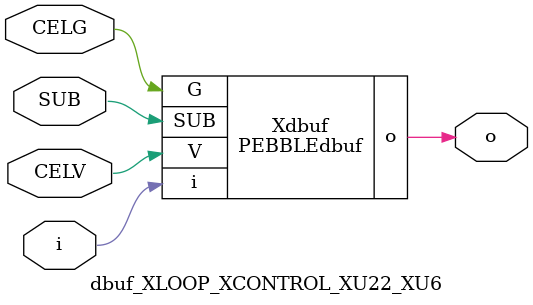
<source format=v>



module PEBBLEdbuf ( o, G, SUB, V, i );

  input V;
  input i;
  input G;
  output o;
  input SUB;
endmodule

//Celera Confidential Do Not Copy dbuf_XLOOP_XCONTROL_XU22_XU6
//Celera Confidential Symbol Generator
//Digital Buffer
module dbuf_XLOOP_XCONTROL_XU22_XU6 (CELV,CELG,i,o,SUB);
input CELV;
input CELG;
input i;
input SUB;
output o;

//Celera Confidential Do Not Copy dbuf
PEBBLEdbuf Xdbuf(
.V (CELV),
.i (i),
.o (o),
.SUB (SUB),
.G (CELG)
);
//,diesize,PEBBLEdbuf

//Celera Confidential Do Not Copy Module End
//Celera Schematic Generator
endmodule

</source>
